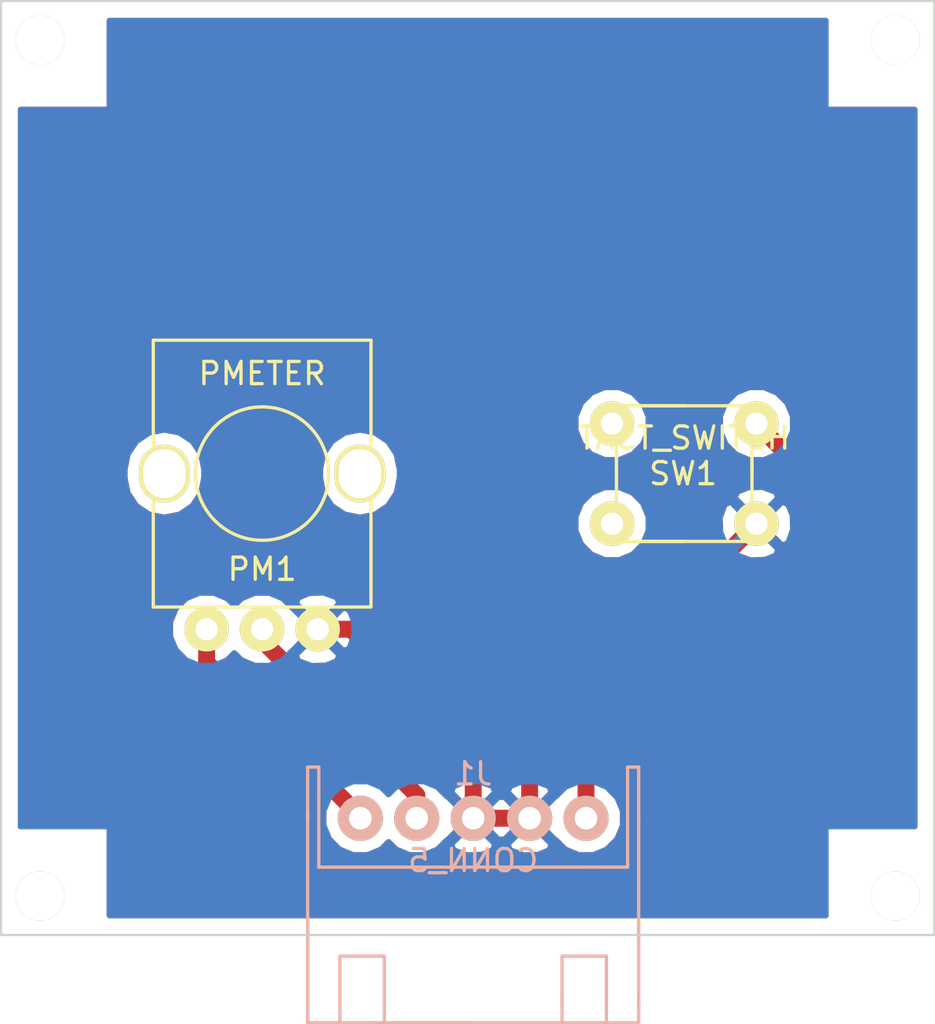
<source format=kicad_pcb>
(kicad_pcb (version 3) (host pcbnew "(2013-07-07 BZR 4022)-stable")

  (general
    (links 6)
    (no_connects 0)
    (area 169.865782 115.949999 204.134218 152.029001)
    (thickness 1.6)
    (drawings 4)
    (tracks 19)
    (zones 0)
    (modules 7)
    (nets 5)
  )

  (page A3)
  (title_block 
    (title "Opt Adjust")
    (rev 1.0.0)
    (company "smartDIYs Co.,Ltd.")
  )

  (layers
    (15 F.Cu signal)
    (0 B.Cu signal)
    (16 B.Adhes user)
    (17 F.Adhes user)
    (18 B.Paste user)
    (19 F.Paste user)
    (20 B.SilkS user)
    (21 F.SilkS user)
    (22 B.Mask user)
    (23 F.Mask user)
    (24 Dwgs.User user)
    (25 Cmts.User user)
    (26 Eco1.User user)
    (27 Eco2.User user)
    (28 Edge.Cuts user)
  )

  (setup
    (last_trace_width 0.762)
    (trace_clearance 0.254)
    (zone_clearance 0.508)
    (zone_45_only no)
    (trace_min 0.254)
    (segment_width 0.2)
    (edge_width 0.1)
    (via_size 0.8001)
    (via_drill 0.508)
    (via_min_size 0.8001)
    (via_min_drill 0.508)
    (uvia_size 0.508)
    (uvia_drill 0.127)
    (uvias_allowed no)
    (uvia_min_size 0.508)
    (uvia_min_drill 0.127)
    (pcb_text_width 0.3)
    (pcb_text_size 1.5 1.5)
    (mod_edge_width 0.15)
    (mod_text_size 1 1)
    (mod_text_width 0.15)
    (pad_size 2 2)
    (pad_drill 1)
    (pad_to_mask_clearance 0)
    (aux_axis_origin 0 0)
    (visible_elements 7FFFFFFF)
    (pcbplotparams
      (layerselection 284196865)
      (usegerberextensions true)
      (excludeedgelayer true)
      (linewidth 0.150000)
      (plotframeref false)
      (viasonmask false)
      (mode 1)
      (useauxorigin false)
      (hpglpennumber 1)
      (hpglpenspeed 20)
      (hpglpendiameter 15)
      (hpglpenoverlay 2)
      (psnegative false)
      (psa4output false)
      (plotreference true)
      (plotvalue true)
      (plotothertext true)
      (plotinvisibletext false)
      (padsonsilk false)
      (subtractmaskfromsilk true)
      (outputformat 1)
      (mirror false)
      (drillshape 0)
      (scaleselection 1)
      (outputdirectory Gaber/))
  )

  (net 0 "")
  (net 1 GND)
  (net 2 N-000002)
  (net 3 N-000003)
  (net 4 N-000004)

  (net_class Default "これは標準のネット クラスです。"
    (clearance 0.254)
    (trace_width 0.762)
    (via_dia 0.8001)
    (via_drill 0.508)
    (uvia_dia 0.508)
    (uvia_drill 0.127)
    (add_net "")
    (add_net GND)
    (add_net N-000002)
    (add_net N-000003)
    (add_net N-000004)
  )

  (module S5B-XH-A (layer B.Cu) (tedit 5695D011) (tstamp 5695D68C)
    (at 187 142.5)
    (path /5695BB2C)
    (fp_text reference J1 (at 0 -2) (layer B.SilkS)
      (effects (font (size 1 1) (thickness 0.15)) (justify mirror))
    )
    (fp_text value CONN_5 (at 0 1.9) (layer B.SilkS)
      (effects (font (size 1 1) (thickness 0.15)) (justify mirror))
    )
    (fp_line (start -4 7.5) (end -4 6.2) (layer B.SilkS) (width 0.15))
    (fp_line (start -4 6.2) (end -6 6.2) (layer B.SilkS) (width 0.15))
    (fp_line (start -6 6.2) (end -6 7.4) (layer B.SilkS) (width 0.15))
    (fp_line (start 4 8.2) (end 4 6.2) (layer B.SilkS) (width 0.15))
    (fp_line (start 4 6.2) (end 6 6.2) (layer B.SilkS) (width 0.15))
    (fp_line (start 6 6.2) (end 6 6.6) (layer B.SilkS) (width 0.15))
    (fp_line (start 6 7.5) (end 6 6.4) (layer B.SilkS) (width 0.15))
    (fp_line (start 6 9.2) (end 6 7.4) (layer B.SilkS) (width 0.15))
    (fp_line (start 4 9.2) (end 4 8.1) (layer B.SilkS) (width 0.15))
    (fp_line (start -4 9.2) (end -4 7.4) (layer B.SilkS) (width 0.15))
    (fp_line (start -6 9.2) (end -6 7.4) (layer B.SilkS) (width 0.15))
    (fp_line (start 5.35 2.2) (end 6.95 2.2) (layer B.SilkS) (width 0.15))
    (fp_line (start 6.95 2.2) (end 6.95 2.05) (layer B.SilkS) (width 0.15))
    (fp_line (start 7.45 -2.3) (end 6.95 -2.3) (layer B.SilkS) (width 0.15))
    (fp_line (start 6.95 -2.3) (end 6.95 2.05) (layer B.SilkS) (width 0.15))
    (fp_line (start -6.95 -1.05) (end -6.95 2.2) (layer B.SilkS) (width 0.15))
    (fp_line (start -6.95 2.2) (end 5.35 2.2) (layer B.SilkS) (width 0.15))
    (fp_line (start -7.45 -2.3) (end -6.95 -2.3) (layer B.SilkS) (width 0.15))
    (fp_line (start -6.95 -2.3) (end -6.95 -1) (layer B.SilkS) (width 0.15))
    (fp_line (start -7.45 0) (end -7.45 -2.3) (layer B.SilkS) (width 0.15))
    (fp_line (start 7.45 0) (end 7.45 -2.3) (layer B.SilkS) (width 0.15))
    (fp_line (start 5.75 9.2) (end 7.45 9.2) (layer B.SilkS) (width 0.15))
    (fp_line (start 7.45 9.2) (end 7.45 8.1) (layer B.SilkS) (width 0.15))
    (fp_line (start -7.45 8.95) (end -7.45 9.2) (layer B.SilkS) (width 0.15))
    (fp_line (start -7.45 9.2) (end -7.25 9.2) (layer B.SilkS) (width 0.15))
    (fp_line (start -4.6 9.2) (end -7.45 9.2) (layer B.SilkS) (width 0.15))
    (fp_line (start 7.45 -0.05) (end 7.45 8.35) (layer B.SilkS) (width 0.15))
    (fp_line (start -7.45 0.05) (end -7.45 -0.2) (layer B.SilkS) (width 0.15))
    (fp_line (start -7.45 -0.2) (end -7.45 9.1) (layer B.SilkS) (width 0.15))
    (fp_line (start 0 9.2) (end -4.6 9.2) (layer B.SilkS) (width 0.15))
    (fp_line (start -4.6 9.2) (end 6 9.2) (layer B.SilkS) (width 0.15))
    (pad 1 thru_hole circle (at -5.08 0) (size 2.032 2.032) (drill 1.016)
      (layers *.Cu *.Mask B.SilkS)
      (net 2 N-000002)
    )
    (pad 2 thru_hole circle (at -2.54 0) (size 2.032 2.032) (drill 1.016)
      (layers *.Cu *.Mask B.SilkS)
      (net 3 N-000003)
    )
    (pad 3 thru_hole circle (at 0 0) (size 2.032 2.032) (drill 1.016)
      (layers *.Cu *.Mask B.SilkS)
      (net 1 GND)
    )
    (pad 4 thru_hole circle (at 2.54 0) (size 2.032 2.032) (drill 1.016)
      (layers *.Cu *.Mask B.SilkS)
      (net 1 GND)
    )
    (pad 5 thru_hole circle (at 5.08 0) (size 2.032 2.032) (drill 1.016)
      (layers *.Cu *.Mask B.SilkS)
      (net 4 N-000004)
    )
  )

  (module HOLE_M2 (layer F.Cu) (tedit 5695D6D0) (tstamp 5696C84A)
    (at 167.5 107.5)
    (fp_text reference Ref** (at 0 0) (layer F.SilkS) hide
      (effects (font (size 1.00076 1.00076) (thickness 0.20066)))
    )
    (fp_text value Val** (at 0 0) (layer F.SilkS) hide
      (effects (font (size 1.00076 1.00076) (thickness 0.20066)))
    )
    (pad "" thru_hole circle (at 0 0) (size 2.2 2.2) (drill 2.2)
      (layers *.Cu *.Mask F.SilkS)
      (clearance 1.50114)
    )
  )

  (module HOLE_M2 (layer F.Cu) (tedit 5695D6D0) (tstamp 5696C853)
    (at 206 107.5)
    (fp_text reference Ref** (at 0 0) (layer F.SilkS) hide
      (effects (font (size 1.00076 1.00076) (thickness 0.20066)))
    )
    (fp_text value Val** (at 0 0) (layer F.SilkS) hide
      (effects (font (size 1.00076 1.00076) (thickness 0.20066)))
    )
    (pad "" thru_hole circle (at 0 0) (size 2.2 2.2) (drill 2.2)
      (layers *.Cu *.Mask F.SilkS)
      (clearance 1.50114)
    )
  )

  (module HOLE_M2 (layer F.Cu) (tedit 5695D6D0) (tstamp 5696C85C)
    (at 206 146)
    (fp_text reference Ref** (at 0 0) (layer F.SilkS) hide
      (effects (font (size 1.00076 1.00076) (thickness 0.20066)))
    )
    (fp_text value Val** (at 0 0) (layer F.SilkS) hide
      (effects (font (size 1.00076 1.00076) (thickness 0.20066)))
    )
    (pad "" thru_hole circle (at 0 0) (size 2.2 2.2) (drill 2.2)
      (layers *.Cu *.Mask F.SilkS)
      (clearance 1.50114)
    )
  )

  (module HOLE_M2 (layer F.Cu) (tedit 5695D6D0) (tstamp 5696C865)
    (at 167.5 146)
    (fp_text reference Ref** (at 0 0) (layer F.SilkS) hide
      (effects (font (size 1.00076 1.00076) (thickness 0.20066)))
    )
    (fp_text value Val** (at 0 0) (layer F.SilkS) hide
      (effects (font (size 1.00076 1.00076) (thickness 0.20066)))
    )
    (pad "" thru_hole circle (at 0 0) (size 2.2 2.2) (drill 2.2)
      (layers *.Cu *.Mask F.SilkS)
      (clearance 1.50114)
    )
  )

  (module WH09A-2 (layer F.Cu) (tedit 56B1BCA3) (tstamp 56B1CAC5)
    (at 177.5 127)
    (path /5695AC43)
    (fp_text reference PM1 (at 0 4.3) (layer F.SilkS)
      (effects (font (size 1 1) (thickness 0.15)))
    )
    (fp_text value PMETER (at 0 -4.5) (layer F.SilkS)
      (effects (font (size 1 1) (thickness 0.15)))
    )
    (fp_circle (center 0 0) (end 0 3) (layer F.SilkS) (width 0.15))
    (fp_line (start 0 -6) (end 4.9 -6) (layer F.SilkS) (width 0.15))
    (fp_line (start 4.9 -6) (end 4.9 -1.2) (layer F.SilkS) (width 0.15))
    (fp_line (start 0 -6) (end -4.9 -6) (layer F.SilkS) (width 0.15))
    (fp_line (start -4.9 -6) (end -4.9 -1.2) (layer F.SilkS) (width 0.15))
    (fp_line (start 0.1 6) (end 4.9 6) (layer F.SilkS) (width 0.15))
    (fp_line (start 4.9 6) (end 4.9 1.2) (layer F.SilkS) (width 0.15))
    (fp_line (start 0 6) (end -4.9 6) (layer F.SilkS) (width 0.15))
    (fp_line (start -4.9 6) (end -4.9 1.2) (layer F.SilkS) (width 0.15))
    (pad 1 thru_hole circle (at -2.5 7) (size 2 2) (drill 1)
      (layers *.Cu *.Mask F.SilkS)
      (net 2 N-000002)
    )
    (pad 2 thru_hole circle (at 0 7) (size 2 2) (drill 1)
      (layers *.Cu *.Mask F.SilkS)
      (net 3 N-000003)
    )
    (pad 3 thru_hole circle (at 2.5 7) (size 2 2) (drill 1)
      (layers *.Cu *.Mask F.SilkS)
      (net 1 GND)
    )
    (pad "" thru_hole oval (at -4.4 0) (size 2.3 2.6) (drill oval 1.9 2.2)
      (layers *.Cu *.Mask F.SilkS)
    )
    (pad "" thru_hole oval (at 4.4 0) (size 2.3 2.6) (drill oval 1.9 2.2)
      (layers *.Cu *.Mask F.SilkS)
    )
  )

  (module TSA06131 (layer F.Cu) (tedit 56B1BC27) (tstamp 56B1CAD6)
    (at 196.5 127)
    (path /5695ACF6)
    (fp_text reference SW1 (at -0.05 0) (layer F.SilkS)
      (effects (font (size 1 1) (thickness 0.15)))
    )
    (fp_text value TACT_SWITCH (at 0 -1.6) (layer F.SilkS)
      (effects (font (size 1 1) (thickness 0.15)))
    )
    (fp_line (start 0.05 -3.05) (end -2.85 -3.05) (layer F.SilkS) (width 0.15))
    (fp_line (start -2.85 -3.05) (end 2.85 -3.05) (layer F.SilkS) (width 0.15))
    (fp_line (start 0 3.05) (end -2.75 3.05) (layer F.SilkS) (width 0.15))
    (fp_line (start -2.75 3.05) (end 2.8 3.05) (layer F.SilkS) (width 0.15))
    (fp_line (start 3.05 0) (end 3.05 -1.35) (layer F.SilkS) (width 0.15))
    (fp_line (start 3.05 -1.35) (end 3.05 1.3) (layer F.SilkS) (width 0.15))
    (fp_line (start 3.05 1.3) (end 3.05 0.95) (layer F.SilkS) (width 0.15))
    (fp_line (start -3.05 0) (end -3.05 -1.35) (layer F.SilkS) (width 0.15))
    (fp_line (start -3.05 -1.35) (end -3.05 1.3) (layer F.SilkS) (width 0.15))
    (pad 4 thru_hole circle (at -3.25 -2.25) (size 2 2) (drill 1)
      (layers *.Cu *.Mask F.SilkS)
    )
    (pad 1 thru_hole circle (at 3.25 -2.25) (size 2 2) (drill 1)
      (layers *.Cu *.Mask F.SilkS)
      (net 4 N-000004)
    )
    (pad 3 thru_hole circle (at -3.25 2.25) (size 2 2) (drill 1)
      (layers *.Cu *.Mask F.SilkS)
    )
    (pad 2 thru_hole circle (at 3.25 2.25) (size 2 2) (drill 1)
      (layers *.Cu *.Mask F.SilkS)
      (net 1 GND)
    )
  )

  (gr_line (start 207.75 105.75) (end 207.75 147.75) (angle 90) (layer Edge.Cuts) (width 0.1))
  (gr_line (start 165.75 105.75) (end 207.75 105.75) (angle 90) (layer Edge.Cuts) (width 0.1))
  (gr_line (start 165.75 147.75) (end 165.75 105.75) (angle 90) (layer Edge.Cuts) (width 0.1))
  (gr_line (start 207.75 147.75) (end 165.75 147.75) (angle 90) (layer Edge.Cuts) (width 0.1))

  (segment (start 189.54 142.5) (end 189.54 139.46) (width 0.762) (layer F.Cu) (net 1) (status 400000))
  (segment (start 189.54 139.46) (end 199.75 129.25) (width 0.762) (layer F.Cu) (net 1) (tstamp 56DB9603) (status 800000))
  (segment (start 180 134) (end 181.5 134) (width 0.762) (layer F.Cu) (net 1) (status 400000))
  (segment (start 187 139.5) (end 187 142.5) (width 0.762) (layer F.Cu) (net 1) (tstamp 56DB95E8) (status 800000))
  (segment (start 181.5 134) (end 187 139.5) (width 0.762) (layer F.Cu) (net 1) (tstamp 56DB95E6))
  (segment (start 187 142.5) (end 189.54 142.5) (width 0.762) (layer F.Cu) (net 1))
  (segment (start 175 134) (end 175 135.5) (width 0.762) (layer F.Cu) (net 2) (status 400000))
  (segment (start 181.92 142.42) (end 181.92 142.5) (width 0.762) (layer F.Cu) (net 2) (tstamp 56DB95F4) (status C00000))
  (segment (start 175 135.5) (end 181.92 142.42) (width 0.762) (layer F.Cu) (net 2) (tstamp 56DB95F2) (status 800000))
  (segment (start 177.5 134) (end 177.5 134.5) (width 0.762) (layer F.Cu) (net 3) (status C00000))
  (segment (start 184.46 141.46) (end 184.46 142.5) (width 0.762) (layer F.Cu) (net 3) (tstamp 56DB95EE) (status 800000))
  (segment (start 177.5 134.5) (end 184.46 141.46) (width 0.762) (layer F.Cu) (net 3) (tstamp 56DB95EC) (status 400000))
  (segment (start 184.46 142.5) (end 184.46 142.46) (width 0.762) (layer B.Cu) (net 3))
  (segment (start 184.46 142.46) (end 184.46 142.5) (width 0.762) (layer B.Cu) (net 3) (tstamp 5695E594))
  (via (at 184.46 142.5) (size 0.8001) (layers F.Cu B.Cu) (net 3))
  (segment (start 192.08 142.5) (end 192.08 140.42) (width 0.762) (layer F.Cu) (net 4) (status 400000))
  (segment (start 203 128) (end 199.75 124.75) (width 0.762) (layer F.Cu) (net 4) (tstamp 56DB95FF) (status 800000))
  (segment (start 203 129.5) (end 203 128) (width 0.762) (layer F.Cu) (net 4) (tstamp 56DB95FD))
  (segment (start 192.08 140.42) (end 203 129.5) (width 0.762) (layer F.Cu) (net 4) (tstamp 56DB95FA))

  (zone (net 1) (net_name GND) (layer F.Cu) (tstamp 56DB97DD) (hatch edge 0.508)
    (connect_pads (clearance 0.508))
    (min_thickness 0.254)
    (fill (arc_segments 16) (thermal_gap 0.508) (thermal_bridge_width 0.508))
    (polygon
      (pts
        (xy 207 143) (xy 203 143) (xy 203 147) (xy 170.5 147) (xy 170.5 143)
        (xy 166.5 143) (xy 166.5 110.5) (xy 170.5 110.5) (xy 170.5 106.5) (xy 203 106.5)
        (xy 203 110.5) (xy 207 110.5)
      )
    )
    (filled_polygon
      (pts
        (xy 206.873 142.873) (xy 204.016 142.873) (xy 204.016 129.5) (xy 204.016 128) (xy 203.951492 127.6757)
        (xy 203.938662 127.611194) (xy 203.938662 127.611193) (xy 203.71842 127.28158) (xy 203.71842 127.281579) (xy 201.384827 124.947987)
        (xy 201.385283 124.426205) (xy 201.136893 123.825057) (xy 200.677362 123.364723) (xy 200.076648 123.115285) (xy 199.426205 123.114717)
        (xy 198.825057 123.363107) (xy 198.364723 123.822638) (xy 198.115285 124.423352) (xy 198.114717 125.073795) (xy 198.363107 125.674943)
        (xy 198.822638 126.135277) (xy 199.423352 126.384715) (xy 199.948333 126.385173) (xy 201.984 128.42084) (xy 201.984 129.079159)
        (xy 201.305635 129.757524) (xy 201.395908 129.514538) (xy 201.371855 128.86454) (xy 201.169386 128.375737) (xy 200.90253 128.277075)
        (xy 200.722925 128.45668) (xy 200.722925 128.09747) (xy 200.624263 127.830614) (xy 200.014538 127.604092) (xy 199.36454 127.628145)
        (xy 198.875737 127.830614) (xy 198.777075 128.09747) (xy 199.75 129.070395) (xy 200.722925 128.09747) (xy 200.722925 128.45668)
        (xy 199.929605 129.25) (xy 199.943747 129.264142) (xy 199.764142 129.443747) (xy 199.75 129.429605) (xy 199.570395 129.60921)
        (xy 199.570395 129.25) (xy 198.59747 128.277075) (xy 198.330614 128.375737) (xy 198.104092 128.985462) (xy 198.128145 129.63546)
        (xy 198.330614 130.124263) (xy 198.59747 130.222925) (xy 199.570395 129.25) (xy 199.570395 129.60921) (xy 198.777075 130.40253)
        (xy 198.875737 130.669386) (xy 199.485462 130.895908) (xy 200.13546 130.871855) (xy 200.230792 130.832367) (xy 194.885283 136.177876)
        (xy 194.885283 128.926205) (xy 194.885283 124.426205) (xy 194.636893 123.825057) (xy 194.177362 123.364723) (xy 193.576648 123.115285)
        (xy 192.926205 123.114717) (xy 192.325057 123.363107) (xy 191.864723 123.822638) (xy 191.615285 124.423352) (xy 191.614717 125.073795)
        (xy 191.863107 125.674943) (xy 192.322638 126.135277) (xy 192.923352 126.384715) (xy 193.573795 126.385283) (xy 194.174943 126.136893)
        (xy 194.635277 125.677362) (xy 194.884715 125.076648) (xy 194.885283 124.426205) (xy 194.885283 128.926205) (xy 194.636893 128.325057)
        (xy 194.177362 127.864723) (xy 193.576648 127.615285) (xy 192.926205 127.614717) (xy 192.325057 127.863107) (xy 191.864723 128.322638)
        (xy 191.615285 128.923352) (xy 191.614717 129.573795) (xy 191.863107 130.174943) (xy 192.322638 130.635277) (xy 192.923352 130.884715)
        (xy 193.573795 130.885283) (xy 194.174943 130.636893) (xy 194.635277 130.177362) (xy 194.884715 129.576648) (xy 194.885283 128.926205)
        (xy 194.885283 136.177876) (xy 191.36158 139.70158) (xy 191.141338 140.031193) (xy 191.128507 140.0957) (xy 191.064 140.42)
        (xy 191.064 141.181396) (xy 190.722434 141.522366) (xy 190.704107 141.515498) (xy 190.524502 141.695103) (xy 190.524502 141.335893)
        (xy 190.42388 141.067378) (xy 189.808358 140.838184) (xy 189.151981 140.861986) (xy 188.65612 141.067378) (xy 188.555498 141.335893)
        (xy 189.54 142.320395) (xy 190.524502 141.335893) (xy 190.524502 141.695103) (xy 189.719605 142.5) (xy 190.704107 143.484502)
        (xy 190.722916 143.477453) (xy 191.143563 143.898834) (xy 191.750155 144.150713) (xy 192.406963 144.151286) (xy 193.013995 143.900466)
        (xy 193.478834 143.436437) (xy 193.730713 142.829845) (xy 193.731286 142.173037) (xy 193.480466 141.566005) (xy 193.096 141.180867)
        (xy 193.096 140.84084) (xy 203.71842 130.218421) (xy 203.71842 130.21842) (xy 203.938662 129.888807) (xy 203.938662 129.888806)
        (xy 203.951492 129.824299) (xy 204.015999 129.5) (xy 204.016 129.5) (xy 204.016 142.873) (xy 202.873 142.873)
        (xy 202.873 146.873) (xy 190.524502 146.873) (xy 190.524502 143.664107) (xy 189.54 142.679605) (xy 189.360395 142.85921)
        (xy 189.360395 142.5) (xy 188.375893 141.515498) (xy 188.27 141.555179) (xy 188.164107 141.515498) (xy 187.984502 141.695103)
        (xy 187.984502 141.335893) (xy 187.88388 141.067378) (xy 187.268358 140.838184) (xy 186.611981 140.861986) (xy 186.11612 141.067378)
        (xy 186.015498 141.335893) (xy 187 142.320395) (xy 187.984502 141.335893) (xy 187.984502 141.695103) (xy 187.179605 142.5)
        (xy 188.164107 143.484502) (xy 188.27 143.44482) (xy 188.375893 143.484502) (xy 189.360395 142.5) (xy 189.360395 142.85921)
        (xy 188.555498 143.664107) (xy 188.65612 143.932622) (xy 189.271642 144.161816) (xy 189.928019 144.138014) (xy 190.42388 143.932622)
        (xy 190.524502 143.664107) (xy 190.524502 146.873) (xy 187.984502 146.873) (xy 187.984502 143.664107) (xy 187 142.679605)
        (xy 186.820395 142.85921) (xy 186.820395 142.5) (xy 185.835893 141.515498) (xy 185.817083 141.522546) (xy 185.40666 141.111407)
        (xy 185.398662 141.071194) (xy 185.398661 141.071193) (xy 185.32558 140.961821) (xy 185.17842 140.74158) (xy 185.17842 140.741579)
        (xy 183.685 139.248159) (xy 183.685 127.187908) (xy 183.685 126.812092) (xy 183.549125 126.129002) (xy 183.162186 125.549906)
        (xy 182.58309 125.162967) (xy 181.9 125.027092) (xy 181.21691 125.162967) (xy 180.637814 125.549906) (xy 180.250875 126.129002)
        (xy 180.115 126.812092) (xy 180.115 127.187908) (xy 180.250875 127.870998) (xy 180.637814 128.450094) (xy 181.21691 128.837033)
        (xy 181.9 128.972908) (xy 182.58309 128.837033) (xy 183.162186 128.450094) (xy 183.549125 127.870998) (xy 183.685 127.187908)
        (xy 183.685 139.248159) (xy 181.645908 137.209067) (xy 181.645908 134.264538) (xy 181.621855 133.61454) (xy 181.419386 133.125737)
        (xy 181.15253 133.027075) (xy 180.972925 133.20668) (xy 180.972925 132.84747) (xy 180.874263 132.580614) (xy 180.264538 132.354092)
        (xy 179.61454 132.378145) (xy 179.125737 132.580614) (xy 179.027075 132.84747) (xy 180 133.820395) (xy 180.972925 132.84747)
        (xy 180.972925 133.20668) (xy 180.179605 134) (xy 181.15253 134.972925) (xy 181.419386 134.874263) (xy 181.645908 134.264538)
        (xy 181.645908 137.209067) (xy 180.070355 135.633515) (xy 180.38546 135.621855) (xy 180.874263 135.419386) (xy 180.972925 135.15253)
        (xy 180 134.179605) (xy 179.985857 134.193747) (xy 179.806252 134.014142) (xy 179.820395 134) (xy 178.84747 133.027075)
        (xy 178.841279 133.029363) (xy 178.427362 132.614723) (xy 177.826648 132.365285) (xy 177.176205 132.364717) (xy 176.575057 132.613107)
        (xy 176.249836 132.93776) (xy 175.927362 132.614723) (xy 175.326648 132.365285) (xy 174.885 132.364899) (xy 174.885 127.187908)
        (xy 174.885 126.812092) (xy 174.749125 126.129002) (xy 174.362186 125.549906) (xy 173.78309 125.162967) (xy 173.1 125.027092)
        (xy 172.41691 125.162967) (xy 171.837814 125.549906) (xy 171.450875 126.129002) (xy 171.315 126.812092) (xy 171.315 127.187908)
        (xy 171.450875 127.870998) (xy 171.837814 128.450094) (xy 172.41691 128.837033) (xy 173.1 128.972908) (xy 173.78309 128.837033)
        (xy 174.362186 128.450094) (xy 174.749125 127.870998) (xy 174.885 127.187908) (xy 174.885 132.364899) (xy 174.676205 132.364717)
        (xy 174.075057 132.613107) (xy 173.614723 133.072638) (xy 173.365285 133.673352) (xy 173.364717 134.323795) (xy 173.613107 134.924943)
        (xy 173.984 135.296484) (xy 173.984 135.5) (xy 174.048507 135.824299) (xy 174.061338 135.888807) (xy 174.28158 136.21842)
        (xy 180.269255 142.206096) (xy 180.268714 142.826963) (xy 180.519534 143.433995) (xy 180.983563 143.898834) (xy 181.590155 144.150713)
        (xy 182.246963 144.151286) (xy 182.853995 143.900466) (xy 183.190178 143.564867) (xy 183.523563 143.898834) (xy 184.130155 144.150713)
        (xy 184.786963 144.151286) (xy 185.393995 143.900466) (xy 185.817565 143.477633) (xy 185.835893 143.484502) (xy 186.820395 142.5)
        (xy 186.820395 142.85921) (xy 186.015498 143.664107) (xy 186.11612 143.932622) (xy 186.731642 144.161816) (xy 187.388019 144.138014)
        (xy 187.88388 143.932622) (xy 187.984502 143.664107) (xy 187.984502 146.873) (xy 170.627 146.873) (xy 170.627 142.873)
        (xy 166.627 142.873) (xy 166.627 110.627) (xy 170.627 110.627) (xy 170.627 106.627) (xy 202.873 106.627)
        (xy 202.873 110.627) (xy 206.873 110.627) (xy 206.873 142.873)
      )
    )
  )
  (zone (net 1) (net_name GND) (layer B.Cu) (tstamp 56DB9804) (hatch edge 0.508)
    (connect_pads (clearance 0.508))
    (min_thickness 0.254)
    (fill (arc_segments 16) (thermal_gap 0.508) (thermal_bridge_width 0.508))
    (polygon
      (pts
        (xy 207 143) (xy 203 143) (xy 203 147) (xy 170.5 147) (xy 170.5 143)
        (xy 166.5 143) (xy 166.5 110.5) (xy 170.5 110.5) (xy 170.5 106.5) (xy 203 106.5)
        (xy 203 110.5) (xy 207 110.5)
      )
    )
    (filled_polygon
      (pts
        (xy 206.873 142.873) (xy 202.873 142.873) (xy 202.873 146.873) (xy 201.395908 146.873) (xy 201.395908 129.514538)
        (xy 201.385283 129.227412) (xy 201.385283 124.426205) (xy 201.136893 123.825057) (xy 200.677362 123.364723) (xy 200.076648 123.115285)
        (xy 199.426205 123.114717) (xy 198.825057 123.363107) (xy 198.364723 123.822638) (xy 198.115285 124.423352) (xy 198.114717 125.073795)
        (xy 198.363107 125.674943) (xy 198.822638 126.135277) (xy 199.423352 126.384715) (xy 200.073795 126.385283) (xy 200.674943 126.136893)
        (xy 201.135277 125.677362) (xy 201.384715 125.076648) (xy 201.385283 124.426205) (xy 201.385283 129.227412) (xy 201.371855 128.86454)
        (xy 201.169386 128.375737) (xy 200.90253 128.277075) (xy 200.722925 128.45668) (xy 200.722925 128.09747) (xy 200.624263 127.830614)
        (xy 200.014538 127.604092) (xy 199.36454 127.628145) (xy 198.875737 127.830614) (xy 198.777075 128.09747) (xy 199.75 129.070395)
        (xy 200.722925 128.09747) (xy 200.722925 128.45668) (xy 199.929605 129.25) (xy 200.90253 130.222925) (xy 201.169386 130.124263)
        (xy 201.395908 129.514538) (xy 201.395908 146.873) (xy 200.722925 146.873) (xy 200.722925 130.40253) (xy 199.75 129.429605)
        (xy 199.570395 129.60921) (xy 199.570395 129.25) (xy 198.59747 128.277075) (xy 198.330614 128.375737) (xy 198.104092 128.985462)
        (xy 198.128145 129.63546) (xy 198.330614 130.124263) (xy 198.59747 130.222925) (xy 199.570395 129.25) (xy 199.570395 129.60921)
        (xy 198.777075 130.40253) (xy 198.875737 130.669386) (xy 199.485462 130.895908) (xy 200.13546 130.871855) (xy 200.624263 130.669386)
        (xy 200.722925 130.40253) (xy 200.722925 146.873) (xy 194.885283 146.873) (xy 194.885283 128.926205) (xy 194.885283 124.426205)
        (xy 194.636893 123.825057) (xy 194.177362 123.364723) (xy 193.576648 123.115285) (xy 192.926205 123.114717) (xy 192.325057 123.363107)
        (xy 191.864723 123.822638) (xy 191.615285 124.423352) (xy 191.614717 125.073795) (xy 191.863107 125.674943) (xy 192.322638 126.135277)
        (xy 192.923352 126.384715) (xy 193.573795 126.385283) (xy 194.174943 126.136893) (xy 194.635277 125.677362) (xy 194.884715 125.076648)
        (xy 194.885283 124.426205) (xy 194.885283 128.926205) (xy 194.636893 128.325057) (xy 194.177362 127.864723) (xy 193.576648 127.615285)
        (xy 192.926205 127.614717) (xy 192.325057 127.863107) (xy 191.864723 128.322638) (xy 191.615285 128.923352) (xy 191.614717 129.573795)
        (xy 191.863107 130.174943) (xy 192.322638 130.635277) (xy 192.923352 130.884715) (xy 193.573795 130.885283) (xy 194.174943 130.636893)
        (xy 194.635277 130.177362) (xy 194.884715 129.576648) (xy 194.885283 128.926205) (xy 194.885283 146.873) (xy 193.731286 146.873)
        (xy 193.731286 142.173037) (xy 193.480466 141.566005) (xy 193.016437 141.101166) (xy 192.409845 140.849287) (xy 191.753037 140.848714)
        (xy 191.146005 141.099534) (xy 190.722434 141.522366) (xy 190.704107 141.515498) (xy 190.524502 141.695103) (xy 190.524502 141.335893)
        (xy 190.42388 141.067378) (xy 189.808358 140.838184) (xy 189.151981 140.861986) (xy 188.65612 141.067378) (xy 188.555498 141.335893)
        (xy 189.54 142.320395) (xy 190.524502 141.335893) (xy 190.524502 141.695103) (xy 189.719605 142.5) (xy 190.704107 143.484502)
        (xy 190.722916 143.477453) (xy 191.143563 143.898834) (xy 191.750155 144.150713) (xy 192.406963 144.151286) (xy 193.013995 143.900466)
        (xy 193.478834 143.436437) (xy 193.730713 142.829845) (xy 193.731286 142.173037) (xy 193.731286 146.873) (xy 190.524502 146.873)
        (xy 190.524502 143.664107) (xy 189.54 142.679605) (xy 189.360395 142.85921) (xy 189.360395 142.5) (xy 188.375893 141.515498)
        (xy 188.27 141.555179) (xy 188.164107 141.515498) (xy 187.984502 141.695103) (xy 187.984502 141.335893) (xy 187.88388 141.067378)
        (xy 187.268358 140.838184) (xy 186.611981 140.861986) (xy 186.11612 141.067378) (xy 186.015498 141.335893) (xy 187 142.320395)
        (xy 187.984502 141.335893) (xy 187.984502 141.695103) (xy 187.179605 142.5) (xy 188.164107 143.484502) (xy 188.27 143.44482)
        (xy 188.375893 143.484502) (xy 189.360395 142.5) (xy 189.360395 142.85921) (xy 188.555498 143.664107) (xy 188.65612 143.932622)
        (xy 189.271642 144.161816) (xy 189.928019 144.138014) (xy 190.42388 143.932622) (xy 190.524502 143.664107) (xy 190.524502 146.873)
        (xy 187.984502 146.873) (xy 187.984502 143.664107) (xy 187 142.679605) (xy 186.820395 142.85921) (xy 186.820395 142.5)
        (xy 185.835893 141.515498) (xy 185.817083 141.522546) (xy 185.396437 141.101166) (xy 184.789845 140.849287) (xy 184.133037 140.848714)
        (xy 183.685 141.033838) (xy 183.685 127.187908) (xy 183.685 126.812092) (xy 183.549125 126.129002) (xy 183.162186 125.549906)
        (xy 182.58309 125.162967) (xy 181.9 125.027092) (xy 181.21691 125.162967) (xy 180.637814 125.549906) (xy 180.250875 126.129002)
        (xy 180.115 126.812092) (xy 180.115 127.187908) (xy 180.250875 127.870998) (xy 180.637814 128.450094) (xy 181.21691 128.837033)
        (xy 181.9 128.972908) (xy 182.58309 128.837033) (xy 183.162186 128.450094) (xy 183.549125 127.870998) (xy 183.685 127.187908)
        (xy 183.685 141.033838) (xy 183.526005 141.099534) (xy 183.189821 141.435132) (xy 182.856437 141.101166) (xy 182.249845 140.849287)
        (xy 181.645908 140.84876) (xy 181.645908 134.264538) (xy 181.621855 133.61454) (xy 181.419386 133.125737) (xy 181.15253 133.027075)
        (xy 180.972925 133.20668) (xy 180.972925 132.84747) (xy 180.874263 132.580614) (xy 180.264538 132.354092) (xy 179.61454 132.378145)
        (xy 179.125737 132.580614) (xy 179.027075 132.84747) (xy 180 133.820395) (xy 180.972925 132.84747) (xy 180.972925 133.20668)
        (xy 180.179605 134) (xy 181.15253 134.972925) (xy 181.419386 134.874263) (xy 181.645908 134.264538) (xy 181.645908 140.84876)
        (xy 181.593037 140.848714) (xy 180.986005 141.099534) (xy 180.972925 141.112591) (xy 180.972925 135.15253) (xy 180 134.179605)
        (xy 179.820395 134.35921) (xy 179.820395 134) (xy 178.84747 133.027075) (xy 178.841279 133.029363) (xy 178.427362 132.614723)
        (xy 177.826648 132.365285) (xy 177.176205 132.364717) (xy 176.575057 132.613107) (xy 176.249836 132.93776) (xy 175.927362 132.614723)
        (xy 175.326648 132.365285) (xy 174.885 132.364899) (xy 174.885 127.187908) (xy 174.885 126.812092) (xy 174.749125 126.129002)
        (xy 174.362186 125.549906) (xy 173.78309 125.162967) (xy 173.1 125.027092) (xy 172.41691 125.162967) (xy 171.837814 125.549906)
        (xy 171.450875 126.129002) (xy 171.315 126.812092) (xy 171.315 127.187908) (xy 171.450875 127.870998) (xy 171.837814 128.450094)
        (xy 172.41691 128.837033) (xy 173.1 128.972908) (xy 173.78309 128.837033) (xy 174.362186 128.450094) (xy 174.749125 127.870998)
        (xy 174.885 127.187908) (xy 174.885 132.364899) (xy 174.676205 132.364717) (xy 174.075057 132.613107) (xy 173.614723 133.072638)
        (xy 173.365285 133.673352) (xy 173.364717 134.323795) (xy 173.613107 134.924943) (xy 174.072638 135.385277) (xy 174.673352 135.634715)
        (xy 175.323795 135.635283) (xy 175.924943 135.386893) (xy 176.250163 135.062239) (xy 176.572638 135.385277) (xy 177.173352 135.634715)
        (xy 177.823795 135.635283) (xy 178.424943 135.386893) (xy 178.841752 134.97081) (xy 178.84747 134.972925) (xy 179.820395 134)
        (xy 179.820395 134.35921) (xy 179.027075 135.15253) (xy 179.125737 135.419386) (xy 179.735462 135.645908) (xy 180.38546 135.621855)
        (xy 180.874263 135.419386) (xy 180.972925 135.15253) (xy 180.972925 141.112591) (xy 180.521166 141.563563) (xy 180.269287 142.170155)
        (xy 180.268714 142.826963) (xy 180.519534 143.433995) (xy 180.983563 143.898834) (xy 181.590155 144.150713) (xy 182.246963 144.151286)
        (xy 182.853995 143.900466) (xy 183.190178 143.564867) (xy 183.523563 143.898834) (xy 184.130155 144.150713) (xy 184.786963 144.151286)
        (xy 185.393995 143.900466) (xy 185.817565 143.477633) (xy 185.835893 143.484502) (xy 186.820395 142.5) (xy 186.820395 142.85921)
        (xy 186.015498 143.664107) (xy 186.11612 143.932622) (xy 186.731642 144.161816) (xy 187.388019 144.138014) (xy 187.88388 143.932622)
        (xy 187.984502 143.664107) (xy 187.984502 146.873) (xy 170.627 146.873) (xy 170.627 142.873) (xy 166.627 142.873)
        (xy 166.627 110.627) (xy 170.627 110.627) (xy 170.627 106.627) (xy 202.873 106.627) (xy 202.873 110.627)
        (xy 206.873 110.627) (xy 206.873 142.873)
      )
    )
  )
)

</source>
